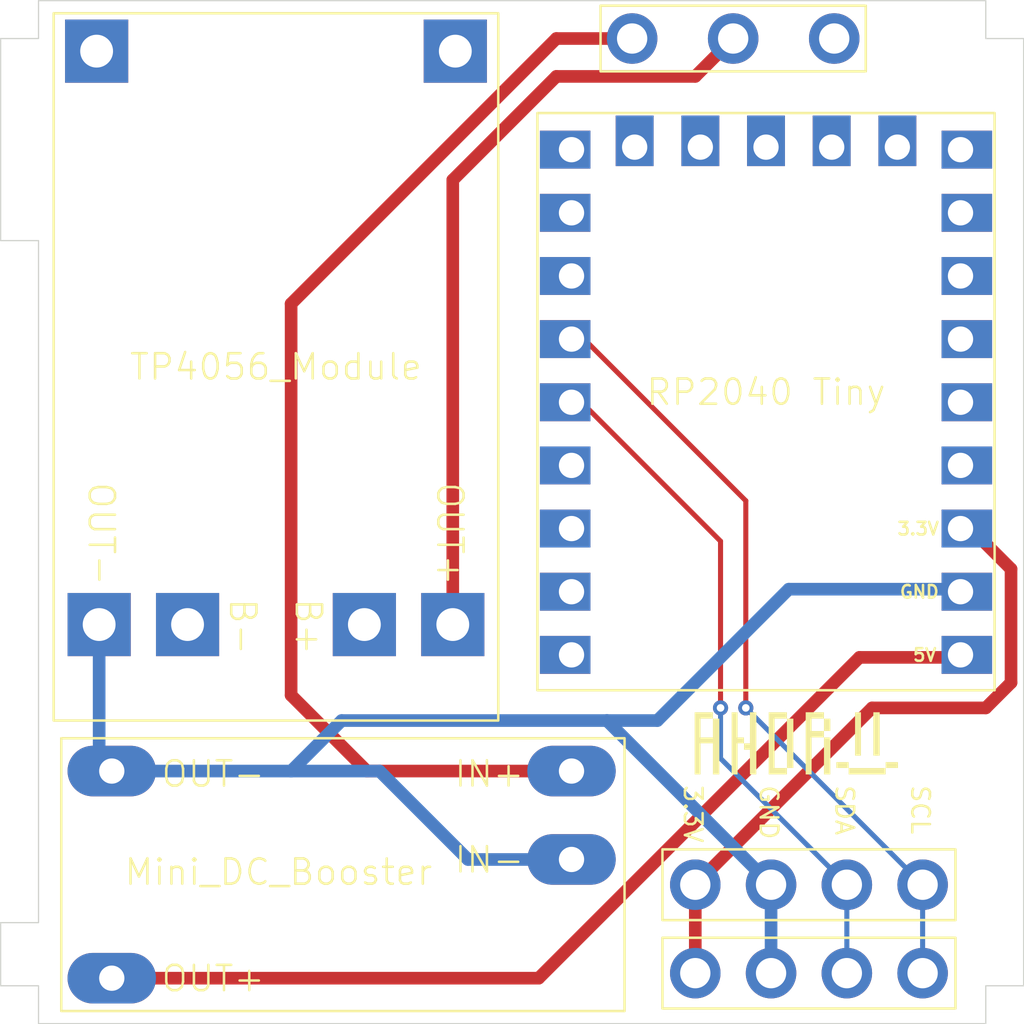
<source format=kicad_pcb>
(kicad_pcb (version 20241229) (generator "pcbnew") (generator_version "9.0")
  (layers (0 "F.Cu" signal) (2 "B.Cu" signal) (13 "F.Paste" user) (15 "B.Paste" user) (5 "F.SilkS" user "F.Silkscreen") (7 "B.SilkS" user "B.Silkscreen") (1 "F.Mask" user) (3 "B.Mask" user) (25 "Edge.Cuts" user))
  (net 0 "")
  (footprint "Custom_Library:Basic_i2c" (layer "F.Cu") (at 96 61.5)
    (property "Reference" "8x8Matrix1" (hide yes))
    (property "Value" "~" (hide yes))
    (fp_rect (start -5.8 -1.4) (end 5.8 1.4) (stroke (width 0.1)) (fill no) (layer "F.SilkS"))
    (pad "1" thru_hole circle (at -4.5 0) (size 2 2) (drill 1.2) (layers "*.Cu" "*.Mask"))
    (pad "2" thru_hole circle (at -1.5 0) (size 2 2) (drill 1.2) (layers "*.Cu" "*.Mask"))
    (pad "3" thru_hole circle (at 1.5 0) (size 2 2) (drill 1.2) (layers "*.Cu" "*.Mask"))
    (pad "4" thru_hole circle (at 4.5 0) (size 2 2) (drill 1.2) (layers "*.Cu" "*.Mask"))
  )
  (footprint "Custom_Library:TP4056_Charger_Module" (layer "F.Cu") (at 74.9 41)
    (property "Reference" "TP4056_Module" (at 0 0 0) (layer "F.SilkS") (effects (font (thickness 0.1))))
    (property "Value" "~" (hide yes))
    (fp_rect (start -8.8 -14) (end 8.8 14) (stroke (width 0.1)) (fill no) (layer "F.SilkS"))
    (fp_text user "B-" (at -1.9 9.1 270) (layer "F.SilkS") (effects (font (thickness 0.1)) (justify left bottom)))
    (fp_text user "OUT+" (at 6.3 4.5 270) (layer "F.SilkS") (effects (font (thickness 0.1)) (justify left bottom)))
    (fp_text user "B+" (at 0.7 9.1 270) (layer "F.SilkS") (effects (font (thickness 0.1)) (justify left bottom)))
    (fp_text user "OUT-" (at -7.5 4.5 270) (layer "F.SilkS") (effects (font (thickness 0.1)) (justify left bottom)))
    (pad "1" thru_hole rect (at -7.1 -12.5) (size 2.5 2.5) (drill 1.3) (layers "*.Cu" "*.Mask"))
    (pad "2" thru_hole rect (at 7.1 -12.5) (size 2.5 2.5) (drill 1.3) (layers "*.Cu" "*.Mask"))
    (pad "3" thru_hole rect (at -7 10.2) (size 2.5 2.5) (drill 1.3) (layers "*.Cu" "*.Mask"))
    (pad "4" thru_hole rect (at -3.5 10.2) (size 2.5 2.5) (drill 1.3) (layers "*.Cu" "*.Mask"))
    (pad "5" thru_hole rect (at 3.5 10.2) (size 2.5 2.5) (drill 1.3) (layers "*.Cu" "*.Mask"))
    (pad "6" thru_hole rect (at 7 10.2) (size 2.5 2.5) (drill 1.3) (layers "*.Cu" "*.Mask"))
  )
  (footprint "Custom_Library:Swich" (layer "F.Cu") (at 93 28)
    (property "Reference" "REF**" (hide yes))
    (property "Value" "Swich" (hide yes))
    (fp_rect (start -5.25 -1.3) (end 5.25 1.3) (stroke (width 0.1)) (fill no) (layer "F.SilkS"))
    (pad "1" thru_hole circle (at -4 0) (size 2 2) (drill 1.2) (layers "*.Cu" "*.Mask"))
    (pad "2" thru_hole circle (at 0 0) (size 2 2) (drill 1.2) (layers "*.Cu" "*.Mask"))
    (pad "3" thru_hole circle (at 4 0) (size 2 2) (drill 1.2) (layers "*.Cu" "*.Mask"))
  )
  (footprint "Custom_Library:RP2040_Tiny" (layer "F.Cu") (at 94.3 42 90)
    (property "Reference" "RP2040 Tiny" (at 0 0 0) (layer "F.SilkS") (effects (font (thickness 0.1))))
    (property "Value" "RP2040_Tiny" (hide yes))
    (fp_rect (start -11.8 -9.05) (end 11.05 9.05) (stroke (width 0.1)) (fill no) (layer "F.SilkS"))
    (fp_text user "5V" (at -10.7 6.8 0) (layer "F.SilkS") (effects (font (size 0.5 0.5) (thickness 0.1)) (justify right bottom)))
    (fp_text user "GND" (at -8.2 6.9 0) (layer "F.SilkS") (effects (font (size 0.5 0.5) (thickness 0.1)) (justify right bottom)))
    (fp_text user "3.3V" (at -5.7 6.9 0) (layer "F.SilkS") (effects (font (size 0.5 0.5) (thickness 0.1)) (justify right bottom)))
    (pad "1" thru_hole custom (at -10.4 -7.7 90) (size 1.5 2) (drill 1 (offset 0 -0.25)) (layers "*.Cu" "*.Mask") (options (clearance outline) (anchor rect)) (primitives))
    (pad "2" thru_hole custom (at -7.9 -7.7 270) (size 1.5 2) (drill 1 (offset 0 0.25)) (layers "*.Cu" "*.Mask") (options (clearance outline) (anchor rect)) (primitives))
    (pad "3" thru_hole custom (at -5.4 -7.7 270) (size 1.5 2) (drill 1 (offset 0 0.25)) (layers "*.Cu" "*.Mask") (options (clearance outline) (anchor rect)) (primitives))
    (pad "4" thru_hole custom (at -2.9 -7.7 270) (size 1.5 2) (drill 1 (offset 0 0.25)) (layers "*.Cu" "*.Mask") (options (clearance outline) (anchor rect)) (primitives))
    (pad "5" thru_hole custom (at -0.4 -7.7 270) (size 1.5 2) (drill 1 (offset 0 0.25)) (layers "*.Cu" "*.Mask") (options (clearance outline) (anchor rect)) (primitives))
    (pad "6" thru_hole custom (at 2.1 -7.7 270) (size 1.5 2) (drill 1 (offset 0 0.25)) (layers "*.Cu" "*.Mask") (options (clearance outline) (anchor rect)) (primitives))
    (pad "7" thru_hole custom (at 4.6 -7.7 270) (size 1.5 2) (drill 1 (offset 0 0.25)) (layers "*.Cu" "*.Mask") (options (clearance outline) (anchor rect)) (primitives))
    (pad "8" thru_hole custom (at 7.1 -7.7 270) (size 1.5 2) (drill 1 (offset 0 0.25)) (layers "*.Cu" "*.Mask") (options (clearance outline) (anchor rect)) (primitives))
    (pad "9" thru_hole custom (at 9.6 -7.7 270) (size 1.5 2) (drill 1 (offset 0 0.25)) (layers "*.Cu" "*.Mask") (options (clearance outline) (anchor rect)) (primitives))
    (pad "10" thru_hole custom (at 9.7 -5.2) (size 1.5 2) (drill 1 (offset 0 -0.25)) (layers "*.Cu" "*.Mask") (options (clearance outline) (anchor rect)) (primitives))
    (pad "11" thru_hole custom (at 9.7 -2.6) (size 1.5 2) (drill 1 (offset 0 -0.25)) (layers "*.Cu" "*.Mask") (options (clearance outline) (anchor rect)) (primitives))
    (pad "12" thru_hole custom (at 9.7 0) (size 1.5 2) (drill 1 (offset 0 -0.25)) (layers "*.Cu" "*.Mask") (options (clearance outline) (anchor rect)) (primitives))
    (pad "13" thru_hole custom (at 9.7 2.6) (size 1.5 2) (drill 1 (offset 0 -0.25)) (layers "*.Cu" "*.Mask") (options (clearance outline) (anchor rect)) (primitives))
    (pad "14" thru_hole custom (at 9.7 5.2) (size 1.5 2) (drill 1 (offset 0 -0.25)) (layers "*.Cu" "*.Mask") (options (clearance outline) (anchor rect)) (primitives))
    (pad "15" thru_hole custom (at 9.6 7.7 90) (size 1.5 2) (drill 1 (offset 0 0.25)) (layers "*.Cu" "*.Mask") (options (clearance outline) (anchor rect)) (primitives))
    (pad "16" thru_hole custom (at 7.1 7.7 90) (size 1.5 2) (drill 1 (offset 0 0.25)) (layers "*.Cu" "*.Mask") (options (clearance outline) (anchor rect)) (primitives))
    (pad "17" thru_hole custom (at 4.6 7.7 90) (size 1.5 2) (drill 1 (offset 0 0.25)) (layers "*.Cu" "*.Mask") (options (clearance outline) (anchor rect)) (primitives))
    (pad "18" thru_hole custom (at 2.1 7.7 90) (size 1.5 2) (drill 1 (offset 0 0.25)) (layers "*.Cu" "*.Mask") (options (clearance outline) (anchor rect)) (primitives))
    (pad "19" thru_hole custom (at -0.4 7.7 90) (size 1.5 2) (drill 1 (offset 0 0.25)) (layers "*.Cu" "*.Mask") (options (clearance outline) (anchor rect)) (primitives))
    (pad "20" thru_hole custom (at -2.9 7.7 90) (size 1.5 2) (drill 1 (offset 0 0.25)) (layers "*.Cu" "*.Mask") (options (clearance outline) (anchor rect)) (primitives))
    (pad "21" thru_hole custom (at -5.4 7.7 90) (size 1.5 2) (drill 1 (offset 0 0.25)) (layers "*.Cu" "*.Mask") (options (clearance outline) (anchor rect)) (primitives))
    (pad "22" thru_hole custom (at -7.9 7.7 90) (size 1.5 2) (drill 1 (offset 0 0.25)) (layers "*.Cu" "*.Mask") (options (clearance outline) (anchor rect)) (primitives))
    (pad "23" thru_hole custom (at -10.4 7.7 90) (size 1.5 2) (drill 1 (offset 0 0.25)) (layers "*.Cu" "*.Mask") (options (clearance outline) (anchor rect)) (primitives))
  )
  (footprint "Custom_Library:Basic_i2c" (layer "F.Cu") (at 96 65)
    (property "Reference" "MPU6500Module1" (hide yes))
    (property "Value" "~" (hide yes))
    (fp_rect (start -5.8 -1.4) (end 5.8 1.4) (stroke (width 0.1)) (fill no) (layer "F.SilkS"))
    (pad "1" thru_hole circle (at -4.5 0) (size 2 2) (drill 1.2) (layers "*.Cu" "*.Mask"))
    (pad "2" thru_hole circle (at -1.5 0) (size 2 2) (drill 1.2) (layers "*.Cu" "*.Mask"))
    (pad "3" thru_hole circle (at 1.5 0) (size 2 2) (drill 1.2) (layers "*.Cu" "*.Mask"))
    (pad "4" thru_hole circle (at 4.5 0) (size 2 2) (drill 1.2) (layers "*.Cu" "*.Mask"))
  )
  (footprint "Custom_Library:DC_Boost_Converter" (layer "F.Cu") (at 77.5 61.1)
    (property "Reference" "Mini_DC_Booster" (at -2.5 -0.1 0) (layer "F.SilkS") (effects (font (thickness 0.1))))
    (property "Value" "~" (hide yes))
    (fp_rect (start -11.1 -5.4) (end 11.2 5.4) (stroke (width 0.1)) (fill no) (layer "F.SilkS"))
    (fp_text user "IN+" (at 4.4 -3.4 0) (layer "F.SilkS") (effects (font (thickness 0.1)) (justify left bottom)))
    (fp_text user "OUT-" (at -7.2 -3.4 0) (layer "F.SilkS") (effects (font (thickness 0.1)) (justify left bottom)))
    (fp_text user "OUT+" (at -7.2 4.7 0) (layer "F.SilkS") (effects (font (thickness 0.1)) (justify left bottom)))
    (fp_text user "IN-" (at 4.4 0 0) (layer "F.SilkS") (effects (font (thickness 0.1)) (justify left bottom)))
    (pad "1" thru_hole oval (at -9.1 -4.1 90) (size 2 3.5) (drill 1) (layers "*.Cu" "*.Mask"))
    (pad "2" thru_hole oval (at -9.1 4.1 90) (size 2 3.5) (drill 1) (layers "*.Cu" "*.Mask"))
    (pad "3" thru_hole oval (at 9.1 -4.1 90) (size 2 3.5) (drill 1) (layers "*.Cu" "*.Mask"))
    (pad "4" thru_hole oval (at 9.1 -0.6 90) (size 2 3.5) (drill 1) (layers "*.Cu" "*.Mask"))
  )
  (footprint "Custom_Library:logo_small" (layer "F.Cu") (at 95.5 56)
    (property "Reference" "G***" (hide yes))
    (property "Value" "LOGO" (hide yes))
    (fp_poly (pts (xy 1.348154 0.400538) (xy 1.348154 1.13323) (xy 1.221154 1.13323) (xy 1.094154 1.13323) (xy 1.094154 0.400538) (xy 1.094154 -0.332154) (xy 1.221154 -0.332154) (xy 1.348154 -0.332154)) (fill yes) (layer "F.SilkS"))
    (fp_poly (pts (xy 2.559538 -0.468923) (xy 2.559538 0.390769) (xy 2.442307 0.390769) (xy 2.325077 0.390769) (xy 2.325077 -0.468923) (xy 2.325077 -1.328616) (xy 2.442307 -1.328616) (xy 2.559538 -1.328616)) (fill yes) (layer "F.SilkS"))
    (fp_poly (pts (xy 3.302 -0.468923) (xy 3.302 0.390769) (xy 3.175 0.390769) (xy 3.048 0.390769) (xy 3.048 -0.468923) (xy 3.048 -1.328616) (xy 3.175 -1.328616) (xy 3.302 -1.328616)) (fill yes) (layer "F.SilkS"))
    (fp_poly (pts (xy -0.371231 -1.201616) (xy -0.371231 -1.074616) (xy -0.615462 -1.074616) (xy -0.859693 -1.074616) (xy -0.859693 -0.097693) (xy -0.859693 0.87923) (xy -0.615462 0.87923) (xy -0.371231 0.87923) (xy -0.371231 -0.097693) (xy -0.371231 -1.074616) (xy -0.244231 -1.074616) (xy -0.117231 -1.074616) (xy -0.117231 -0.097693) (xy -0.117231 0.87923) (xy -0.244231 0.87923) (xy -0.371231 0.87923) (xy -0.371231 1.00623) (xy -0.371231 1.13323) (xy -0.732693 1.13323) (xy -1.094154 1.13323) (xy -1.094154 -0.097693) (xy -1.094154 -1.328616) (xy -0.732693 -1.328616) (xy -0.371231 -1.328616)) (fill yes) (layer "F.SilkS"))
    (fp_poly (pts (xy 2.071077 0.762) (xy 2.071077 0.87923) (xy 2.803769 0.87923) (xy 3.536461 0.87923) (xy 3.536461 0.762) (xy 3.536461 0.644769) (xy 3.780692 0.644769) (xy 4.024923 0.644769) (xy 4.024923 0.762) (xy 4.024923 0.87923) (xy 3.780692 0.87923) (xy 3.536461 0.87923) (xy 3.536461 1.00623) (xy 3.536461 1.13323) (xy 2.803769 1.13323) (xy 2.071077 1.13323) (xy 2.071077 1.00623) (xy 2.071077 0.87923) (xy 1.826846 0.87923) (xy 1.582615 0.87923) (xy 1.582615 0.762) (xy 1.582615 0.644769) (xy 1.826846 0.644769) (xy 2.071077 0.644769)) (fill yes) (layer "F.SilkS"))
    (fp_poly (pts (xy -3.302 -1.201616) (xy -3.302 -1.074616) (xy -3.546231 -1.074616) (xy -3.790462 -1.074616) (xy -3.790462 -0.703385) (xy -3.790462 -0.332154) (xy -3.546231 -0.332154) (xy -3.302 -0.332154) (xy -3.302 -0.703385) (xy -3.302 -1.074616) (xy -3.175 -1.074616) (xy -3.048 -1.074616) (xy -3.048 0.029307) (xy -3.048 1.13323) (xy -3.175 1.13323) (xy -3.302 1.13323) (xy -3.302 0.517769) (xy -3.302 -0.097693) (xy -3.546231 -0.097693) (xy -3.790462 -0.097693) (xy -3.790462 0.517769) (xy -3.790462 1.13323) (xy -3.907693 1.13323) (xy -4.024923 1.13323) (xy -4.024923 -0.097693) (xy -4.024923 -1.328616) (xy -3.663462 -1.328616) (xy -3.302 -1.328616)) (fill yes) (layer "F.SilkS"))
    (fp_poly (pts (xy 1.094154 -1.201616) (xy 1.094154 -1.074616) (xy 0.849923 -1.074616) (xy 0.605692 -1.074616) (xy 0.605692 -0.830385) (xy 0.605692 -0.586154) (xy 0.849923 -0.586154) (xy 1.094154 -0.586154) (xy 1.094154 -0.830385) (xy 1.094154 -1.074616) (xy 1.221154 -1.074616) (xy 1.348154 -1.074616) (xy 1.348154 -0.830385) (xy 1.348154 -0.586154) (xy 1.221154 -0.586154) (xy 1.094154 -0.586154) (xy 1.094154 -0.459154) (xy 1.094154 -0.332154) (xy 0.849923 -0.332154) (xy 0.605692 -0.332154) (xy 0.605692 0.400538) (xy 0.605692 1.13323) (xy 0.488461 1.13323) (xy 0.37123 1.13323) (xy 0.37123 -0.097693) (xy 0.37123 -1.328616) (xy 0.732692 -1.328616) (xy 1.094154 -1.328616)) (fill yes) (layer "F.SilkS"))
    (fp_poly (pts (xy -2.325077 -0.830385) (xy -2.325077 -0.332154) (xy -2.198077 -0.332154) (xy -2.071077 -0.332154) (xy -2.071077 -0.214923) (xy -2.071077 -0.097693) (xy -1.953846 -0.097693) (xy -1.836616 -0.097693) (xy -1.836616 -0.713154) (xy -1.836616 -1.328616) (xy -1.709616 -1.328616) (xy -1.582616 -1.328616) (xy -1.582616 -0.097693) (xy -1.582616 1.13323) (xy -1.709616 1.13323) (xy -1.836616 1.13323) (xy -1.836616 0.644769) (xy -1.836616 0.156307) (xy -1.953846 0.156307) (xy -2.071077 0.156307) (xy -2.071077 0.029307) (xy -2.071077 -0.097693) (xy -2.198077 -0.097693) (xy -2.325077 -0.097693) (xy -2.325077 0.517769) (xy -2.325077 1.13323) (xy -2.442308 1.13323) (xy -2.559539 1.13323) (xy -2.559539 -0.097693) (xy -2.559539 -1.328616) (xy -2.442308 -1.328616) (xy -2.325077 -1.328616)) (fill yes) (layer "F.SilkS"))
  )
  (gr_poly (pts (xy 65.5 36) (xy 64 36) (xy 64 28) (xy 65.5 28) (xy 65.5 26.5) (xy 103 26.5) (xy 103 28) (xy 104.5 28) (xy 104.5 65.5) (xy 103 65.5) (xy 103 67) (xy 65.5 67) (xy 65.5 65.5) (xy 64 65.5) (xy 64 63) (xy 65.5 63)) (stroke (width 0.05)) (fill no) (layer "Edge.Cuts"))
  (gr_text "SCL" (at 100 57.5 270) (layer "F.SilkS") (effects (font (size 0.7 0.7) (thickness 0.1)) (justify left bottom)))
  (gr_text "3.3V" (at 91 57.5 270) (layer "F.SilkS") (effects (font (size 0.7 0.7) (thickness 0.1)) (justify left bottom)))
  (gr_text "GND" (at 94 57.5 270) (layer "F.SilkS") (effects (font (size 0.7 0.7) (thickness 0.1)) (justify left bottom)))
  (gr_text "SDA" (at 97 57.5 270) (layer "F.SilkS") (effects (font (size 0.7 0.7) (thickness 0.1)) (justify left bottom)))
  (segment (start 75.5 54) (end 78.5 57) (width 0.5) (layer "F.Cu") (net 0))
  (segment (start 93 28) (end 91.5 29.5) (width 0.5) (layer "F.Cu") (net 0))
  (segment (start 98 52.5) (end 102.6 52.5) (width 0.5) (layer "F.Cu") (net 0))
  (segment (start 85.3 65.2) (end 98 52.5) (width 0.5) (layer "F.Cu") (net 0))
  (segment (start 103 54.5) (end 104 53.5) (width 0.5) (layer "F.Cu") (net 0))
  (segment (start 75.5 38.5) (end 75.5 54) (width 0.5) (layer "F.Cu") (net 0))
  (segment (start 102.6 52.5) (end 102.7 52.4) (width 0.2) (layer "F.Cu") (net 0))
  (segment (start 86 29.5) (end 81.9 33.6) (width 0.5) (layer "F.Cu") (net 0))
  (segment (start 78.5 57) (end 86.6 57) (width 0.5) (layer "F.Cu") (net 0))
  (segment (start 89 28) (end 86 28) (width 0.5) (layer "F.Cu") (net 0))
  (segment (start 102 47.2) (end 102.2 47.2) (width 0.2) (layer "F.Cu") (net 0))
  (segment (start 98.5 54.5) (end 103 54.5) (width 0.5) (layer "F.Cu") (net 0))
  (segment (start 92.5 47.9) (end 86.6 42) (width 0.2) (layer "F.Cu") (net 0))
  (segment (start 98.5 54.5) (end 91.5 61.5) (width 0.5) (layer "F.Cu") (net 0))
  (segment (start 68.4 65.2) (end 85.3 65.2) (width 0.5) (layer "F.Cu") (net 0))
  (segment (start 93.5 46.3) (end 86.6 39.4) (width 0.2) (layer "F.Cu") (net 0))
  (segment (start 91.5 29.5) (end 86 29.5) (width 0.5) (layer "F.Cu") (net 0))
  (segment (start 102.2 47.2) (end 104 49) (width 0.5) (layer "F.Cu") (net 0))
  (segment (start 92.5 54.5) (end 92.5 47.9) (width 0.2) (layer "F.Cu") (net 0))
  (segment (start 81.9 33.6) (end 81.9 51.2) (width 0.5) (layer "F.Cu") (net 0))
  (segment (start 91.5 61.5) (end 91.5 65) (width 0.5) (layer "F.Cu") (net 0))
  (segment (start 104 53.5) (end 104 49) (width 0.5) (layer "F.Cu") (net 0))
  (segment (start 86 28) (end 75.5 38.5) (width 0.5) (layer "F.Cu") (net 0))
  (segment (start 93.5 54.5) (end 93.5 46.3) (width 0.2) (layer "F.Cu") (net 0))
  (via (at 93.5 54.5) (size 0.6) (drill 0.3) (layers "F.Cu" "B.Cu") (net 0))
  (via (at 92.5 54.5) (size 0.6) (drill 0.3) (layers "F.Cu" "B.Cu") (net 0))
  (segment (start 90 55) (end 95.2 49.8) (width 0.5) (layer "B.Cu") (net 0))
  (segment (start 100.5 65) (end 100.5 61.5) (width 0.2) (layer "B.Cu") (net 0))
  (segment (start 97.5 61.5) (end 92.5 56.5) (width 0.2) (layer "B.Cu") (net 0))
  (segment (start 75.5 57) (end 79 57) (width 0.5) (layer "B.Cu") (net 0))
  (segment (start 88 55) (end 94.5 61.5) (width 0.5) (layer "B.Cu") (net 0))
  (segment (start 94.5 65) (end 94.5 61.5) (width 0.5) (layer "B.Cu") (net 0))
  (segment (start 79 57) (end 82.5 60.5) (width 0.5) (layer "B.Cu") (net 0))
  (segment (start 68.4 57) (end 75.5 57) (width 0.5) (layer "B.Cu") (net 0))
  (segment (start 67.9 56.5) (end 68.4 57) (width 0.2) (layer "B.Cu") (net 0))
  (segment (start 77.5 55) (end 75.5 57) (width 0.5) (layer "B.Cu") (net 0))
  (segment (start 88 55) (end 77.5 55) (width 0.5) (layer "B.Cu") (net 0))
  (segment (start 82.5 60.5) (end 86.6 60.5) (width 0.5) (layer "B.Cu") (net 0))
  (segment (start 95.2 49.8) (end 102 49.8) (width 0.5) (layer "B.Cu") (net 0))
  (segment (start 92.5 56.5) (end 92.5 54.5) (width 0.2) (layer "B.Cu") (net 0))
  (segment (start 97.5 65) (end 97.5 61.5) (width 0.2) (layer "B.Cu") (net 0))
  (segment (start 88 55) (end 90 55) (width 0.5) (layer "B.Cu") (net 0))
  (segment (start 67.9 51.2) (end 67.9 56.5) (width 0.5) (layer "B.Cu") (net 0))
  (segment (start 100.5 61.5) (end 93.5 54.5) (width 0.2) (layer "B.Cu") (net 0))
)
</source>
